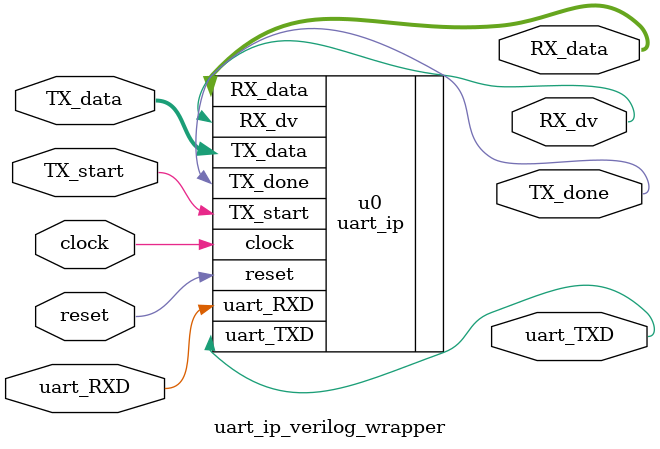
<source format=v>
module uart_ip_verilog_wrapper (
	input 		clock,
	input 		reset,

	output 		uart_TXD,
	input 		uart_RXD,

	input 		TX_start,
	input [7:0] TX_data,
	output 		TX_done,

	output [7:0]RX_data,
	output RX_dv
);

uart_ip u0(
	.clock(clock),
	.reset(reset),

	.uart_TXD(uart_TXD),
	.uart_RXD(uart_RXD),

	.TX_start(TX_start),
	.TX_data(TX_data),
	.TX_done(TX_done),

	.RX_data(RX_data),
	.RX_dv(RX_dv)
	);

endmodule
</source>
